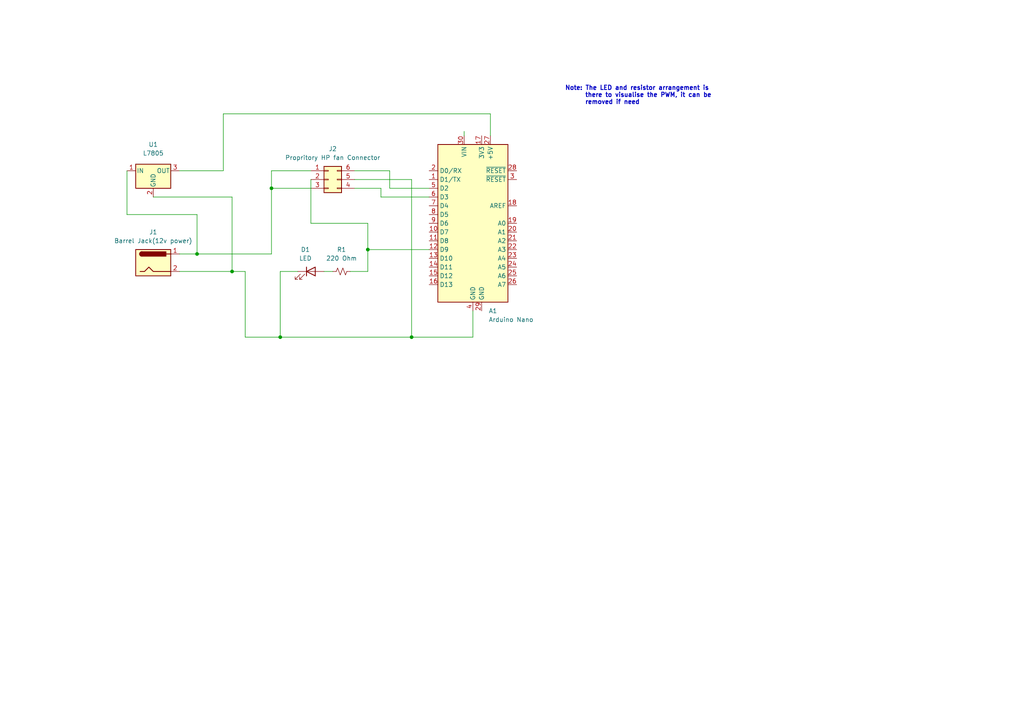
<source format=kicad_sch>
(kicad_sch (version 20211123) (generator eeschema)

  (uuid b0cabc8c-f619-4068-9e2d-418722e4f3c9)

  (paper "A4")

  (lib_symbols
    (symbol "Connector:Barrel_Jack" (pin_names (offset 1.016)) (in_bom yes) (on_board yes)
      (property "Reference" "J" (id 0) (at 0 5.334 0)
        (effects (font (size 1.27 1.27)))
      )
      (property "Value" "Barrel_Jack" (id 1) (at 0 -5.08 0)
        (effects (font (size 1.27 1.27)))
      )
      (property "Footprint" "" (id 2) (at 1.27 -1.016 0)
        (effects (font (size 1.27 1.27)) hide)
      )
      (property "Datasheet" "~" (id 3) (at 1.27 -1.016 0)
        (effects (font (size 1.27 1.27)) hide)
      )
      (property "ki_keywords" "DC power barrel jack connector" (id 4) (at 0 0 0)
        (effects (font (size 1.27 1.27)) hide)
      )
      (property "ki_description" "DC Barrel Jack" (id 5) (at 0 0 0)
        (effects (font (size 1.27 1.27)) hide)
      )
      (property "ki_fp_filters" "BarrelJack*" (id 6) (at 0 0 0)
        (effects (font (size 1.27 1.27)) hide)
      )
      (symbol "Barrel_Jack_0_1"
        (rectangle (start -5.08 3.81) (end 5.08 -3.81)
          (stroke (width 0.254) (type default) (color 0 0 0 0))
          (fill (type background))
        )
        (arc (start -3.302 3.175) (mid -3.937 2.54) (end -3.302 1.905)
          (stroke (width 0.254) (type default) (color 0 0 0 0))
          (fill (type none))
        )
        (arc (start -3.302 3.175) (mid -3.937 2.54) (end -3.302 1.905)
          (stroke (width 0.254) (type default) (color 0 0 0 0))
          (fill (type outline))
        )
        (polyline
          (pts
            (xy 5.08 2.54)
            (xy 3.81 2.54)
          )
          (stroke (width 0.254) (type default) (color 0 0 0 0))
          (fill (type none))
        )
        (polyline
          (pts
            (xy -3.81 -2.54)
            (xy -2.54 -2.54)
            (xy -1.27 -1.27)
            (xy 0 -2.54)
            (xy 2.54 -2.54)
            (xy 5.08 -2.54)
          )
          (stroke (width 0.254) (type default) (color 0 0 0 0))
          (fill (type none))
        )
        (rectangle (start 3.683 3.175) (end -3.302 1.905)
          (stroke (width 0.254) (type default) (color 0 0 0 0))
          (fill (type outline))
        )
      )
      (symbol "Barrel_Jack_1_1"
        (pin passive line (at 7.62 2.54 180) (length 2.54)
          (name "~" (effects (font (size 1.27 1.27))))
          (number "1" (effects (font (size 1.27 1.27))))
        )
        (pin passive line (at 7.62 -2.54 180) (length 2.54)
          (name "~" (effects (font (size 1.27 1.27))))
          (number "2" (effects (font (size 1.27 1.27))))
        )
      )
    )
    (symbol "Connector_Generic:Conn_02x03_Counter_Clockwise" (pin_names (offset 1.016) hide) (in_bom yes) (on_board yes)
      (property "Reference" "J" (id 0) (at 1.27 5.08 0)
        (effects (font (size 1.27 1.27)))
      )
      (property "Value" "Conn_02x03_Counter_Clockwise" (id 1) (at 1.27 -5.08 0)
        (effects (font (size 1.27 1.27)))
      )
      (property "Footprint" "" (id 2) (at 0 0 0)
        (effects (font (size 1.27 1.27)) hide)
      )
      (property "Datasheet" "~" (id 3) (at 0 0 0)
        (effects (font (size 1.27 1.27)) hide)
      )
      (property "ki_keywords" "connector" (id 4) (at 0 0 0)
        (effects (font (size 1.27 1.27)) hide)
      )
      (property "ki_description" "Generic connector, double row, 02x03, counter clockwise pin numbering scheme (similar to DIP package numbering), script generated (kicad-library-utils/schlib/autogen/connector/)" (id 5) (at 0 0 0)
        (effects (font (size 1.27 1.27)) hide)
      )
      (property "ki_fp_filters" "Connector*:*_2x??_*" (id 6) (at 0 0 0)
        (effects (font (size 1.27 1.27)) hide)
      )
      (symbol "Conn_02x03_Counter_Clockwise_1_1"
        (rectangle (start -1.27 -2.413) (end 0 -2.667)
          (stroke (width 0.1524) (type default) (color 0 0 0 0))
          (fill (type none))
        )
        (rectangle (start -1.27 0.127) (end 0 -0.127)
          (stroke (width 0.1524) (type default) (color 0 0 0 0))
          (fill (type none))
        )
        (rectangle (start -1.27 2.667) (end 0 2.413)
          (stroke (width 0.1524) (type default) (color 0 0 0 0))
          (fill (type none))
        )
        (rectangle (start -1.27 3.81) (end 3.81 -3.81)
          (stroke (width 0.254) (type default) (color 0 0 0 0))
          (fill (type background))
        )
        (rectangle (start 3.81 -2.413) (end 2.54 -2.667)
          (stroke (width 0.1524) (type default) (color 0 0 0 0))
          (fill (type none))
        )
        (rectangle (start 3.81 0.127) (end 2.54 -0.127)
          (stroke (width 0.1524) (type default) (color 0 0 0 0))
          (fill (type none))
        )
        (rectangle (start 3.81 2.667) (end 2.54 2.413)
          (stroke (width 0.1524) (type default) (color 0 0 0 0))
          (fill (type none))
        )
        (pin passive line (at -5.08 2.54 0) (length 3.81)
          (name "Pin_1" (effects (font (size 1.27 1.27))))
          (number "1" (effects (font (size 1.27 1.27))))
        )
        (pin passive line (at -5.08 0 0) (length 3.81)
          (name "Pin_2" (effects (font (size 1.27 1.27))))
          (number "2" (effects (font (size 1.27 1.27))))
        )
        (pin passive line (at -5.08 -2.54 0) (length 3.81)
          (name "Pin_3" (effects (font (size 1.27 1.27))))
          (number "3" (effects (font (size 1.27 1.27))))
        )
        (pin passive line (at 7.62 -2.54 180) (length 3.81)
          (name "Pin_4" (effects (font (size 1.27 1.27))))
          (number "4" (effects (font (size 1.27 1.27))))
        )
        (pin passive line (at 7.62 0 180) (length 3.81)
          (name "Pin_5" (effects (font (size 1.27 1.27))))
          (number "5" (effects (font (size 1.27 1.27))))
        )
        (pin passive line (at 7.62 2.54 180) (length 3.81)
          (name "Pin_6" (effects (font (size 1.27 1.27))))
          (number "6" (effects (font (size 1.27 1.27))))
        )
      )
    )
    (symbol "Device:LED" (pin_numbers hide) (pin_names (offset 1.016) hide) (in_bom yes) (on_board yes)
      (property "Reference" "D" (id 0) (at 0 2.54 0)
        (effects (font (size 1.27 1.27)))
      )
      (property "Value" "LED" (id 1) (at 0 -2.54 0)
        (effects (font (size 1.27 1.27)))
      )
      (property "Footprint" "" (id 2) (at 0 0 0)
        (effects (font (size 1.27 1.27)) hide)
      )
      (property "Datasheet" "~" (id 3) (at 0 0 0)
        (effects (font (size 1.27 1.27)) hide)
      )
      (property "ki_keywords" "LED diode" (id 4) (at 0 0 0)
        (effects (font (size 1.27 1.27)) hide)
      )
      (property "ki_description" "Light emitting diode" (id 5) (at 0 0 0)
        (effects (font (size 1.27 1.27)) hide)
      )
      (property "ki_fp_filters" "LED* LED_SMD:* LED_THT:*" (id 6) (at 0 0 0)
        (effects (font (size 1.27 1.27)) hide)
      )
      (symbol "LED_0_1"
        (polyline
          (pts
            (xy -1.27 -1.27)
            (xy -1.27 1.27)
          )
          (stroke (width 0.254) (type default) (color 0 0 0 0))
          (fill (type none))
        )
        (polyline
          (pts
            (xy -1.27 0)
            (xy 1.27 0)
          )
          (stroke (width 0) (type default) (color 0 0 0 0))
          (fill (type none))
        )
        (polyline
          (pts
            (xy 1.27 -1.27)
            (xy 1.27 1.27)
            (xy -1.27 0)
            (xy 1.27 -1.27)
          )
          (stroke (width 0.254) (type default) (color 0 0 0 0))
          (fill (type none))
        )
        (polyline
          (pts
            (xy -3.048 -0.762)
            (xy -4.572 -2.286)
            (xy -3.81 -2.286)
            (xy -4.572 -2.286)
            (xy -4.572 -1.524)
          )
          (stroke (width 0) (type default) (color 0 0 0 0))
          (fill (type none))
        )
        (polyline
          (pts
            (xy -1.778 -0.762)
            (xy -3.302 -2.286)
            (xy -2.54 -2.286)
            (xy -3.302 -2.286)
            (xy -3.302 -1.524)
          )
          (stroke (width 0) (type default) (color 0 0 0 0))
          (fill (type none))
        )
      )
      (symbol "LED_1_1"
        (pin passive line (at -3.81 0 0) (length 2.54)
          (name "K" (effects (font (size 1.27 1.27))))
          (number "1" (effects (font (size 1.27 1.27))))
        )
        (pin passive line (at 3.81 0 180) (length 2.54)
          (name "A" (effects (font (size 1.27 1.27))))
          (number "2" (effects (font (size 1.27 1.27))))
        )
      )
    )
    (symbol "Device:R_Small_US" (pin_numbers hide) (pin_names (offset 0.254) hide) (in_bom yes) (on_board yes)
      (property "Reference" "R" (id 0) (at 0.762 0.508 0)
        (effects (font (size 1.27 1.27)) (justify left))
      )
      (property "Value" "R_Small_US" (id 1) (at 0.762 -1.016 0)
        (effects (font (size 1.27 1.27)) (justify left))
      )
      (property "Footprint" "" (id 2) (at 0 0 0)
        (effects (font (size 1.27 1.27)) hide)
      )
      (property "Datasheet" "~" (id 3) (at 0 0 0)
        (effects (font (size 1.27 1.27)) hide)
      )
      (property "ki_keywords" "r resistor" (id 4) (at 0 0 0)
        (effects (font (size 1.27 1.27)) hide)
      )
      (property "ki_description" "Resistor, small US symbol" (id 5) (at 0 0 0)
        (effects (font (size 1.27 1.27)) hide)
      )
      (property "ki_fp_filters" "R_*" (id 6) (at 0 0 0)
        (effects (font (size 1.27 1.27)) hide)
      )
      (symbol "R_Small_US_1_1"
        (polyline
          (pts
            (xy 0 0)
            (xy 1.016 -0.381)
            (xy 0 -0.762)
            (xy -1.016 -1.143)
            (xy 0 -1.524)
          )
          (stroke (width 0) (type default) (color 0 0 0 0))
          (fill (type none))
        )
        (polyline
          (pts
            (xy 0 1.524)
            (xy 1.016 1.143)
            (xy 0 0.762)
            (xy -1.016 0.381)
            (xy 0 0)
          )
          (stroke (width 0) (type default) (color 0 0 0 0))
          (fill (type none))
        )
        (pin passive line (at 0 2.54 270) (length 1.016)
          (name "~" (effects (font (size 1.27 1.27))))
          (number "1" (effects (font (size 1.27 1.27))))
        )
        (pin passive line (at 0 -2.54 90) (length 1.016)
          (name "~" (effects (font (size 1.27 1.27))))
          (number "2" (effects (font (size 1.27 1.27))))
        )
      )
    )
    (symbol "MCU_Module:Arduino_Nano_v3.x" (in_bom yes) (on_board yes)
      (property "Reference" "A" (id 0) (at -10.16 23.495 0)
        (effects (font (size 1.27 1.27)) (justify left bottom))
      )
      (property "Value" "Arduino_Nano_v3.x" (id 1) (at 5.08 -24.13 0)
        (effects (font (size 1.27 1.27)) (justify left top))
      )
      (property "Footprint" "Module:Arduino_Nano" (id 2) (at 0 0 0)
        (effects (font (size 1.27 1.27) italic) hide)
      )
      (property "Datasheet" "http://www.mouser.com/pdfdocs/Gravitech_Arduino_Nano3_0.pdf" (id 3) (at 0 0 0)
        (effects (font (size 1.27 1.27)) hide)
      )
      (property "ki_keywords" "Arduino nano microcontroller module USB" (id 4) (at 0 0 0)
        (effects (font (size 1.27 1.27)) hide)
      )
      (property "ki_description" "Arduino Nano v3.x" (id 5) (at 0 0 0)
        (effects (font (size 1.27 1.27)) hide)
      )
      (property "ki_fp_filters" "Arduino*Nano*" (id 6) (at 0 0 0)
        (effects (font (size 1.27 1.27)) hide)
      )
      (symbol "Arduino_Nano_v3.x_0_1"
        (rectangle (start -10.16 22.86) (end 10.16 -22.86)
          (stroke (width 0.254) (type default) (color 0 0 0 0))
          (fill (type background))
        )
      )
      (symbol "Arduino_Nano_v3.x_1_1"
        (pin bidirectional line (at -12.7 12.7 0) (length 2.54)
          (name "D1/TX" (effects (font (size 1.27 1.27))))
          (number "1" (effects (font (size 1.27 1.27))))
        )
        (pin bidirectional line (at -12.7 -2.54 0) (length 2.54)
          (name "D7" (effects (font (size 1.27 1.27))))
          (number "10" (effects (font (size 1.27 1.27))))
        )
        (pin bidirectional line (at -12.7 -5.08 0) (length 2.54)
          (name "D8" (effects (font (size 1.27 1.27))))
          (number "11" (effects (font (size 1.27 1.27))))
        )
        (pin bidirectional line (at -12.7 -7.62 0) (length 2.54)
          (name "D9" (effects (font (size 1.27 1.27))))
          (number "12" (effects (font (size 1.27 1.27))))
        )
        (pin bidirectional line (at -12.7 -10.16 0) (length 2.54)
          (name "D10" (effects (font (size 1.27 1.27))))
          (number "13" (effects (font (size 1.27 1.27))))
        )
        (pin bidirectional line (at -12.7 -12.7 0) (length 2.54)
          (name "D11" (effects (font (size 1.27 1.27))))
          (number "14" (effects (font (size 1.27 1.27))))
        )
        (pin bidirectional line (at -12.7 -15.24 0) (length 2.54)
          (name "D12" (effects (font (size 1.27 1.27))))
          (number "15" (effects (font (size 1.27 1.27))))
        )
        (pin bidirectional line (at -12.7 -17.78 0) (length 2.54)
          (name "D13" (effects (font (size 1.27 1.27))))
          (number "16" (effects (font (size 1.27 1.27))))
        )
        (pin power_out line (at 2.54 25.4 270) (length 2.54)
          (name "3V3" (effects (font (size 1.27 1.27))))
          (number "17" (effects (font (size 1.27 1.27))))
        )
        (pin input line (at 12.7 5.08 180) (length 2.54)
          (name "AREF" (effects (font (size 1.27 1.27))))
          (number "18" (effects (font (size 1.27 1.27))))
        )
        (pin bidirectional line (at 12.7 0 180) (length 2.54)
          (name "A0" (effects (font (size 1.27 1.27))))
          (number "19" (effects (font (size 1.27 1.27))))
        )
        (pin bidirectional line (at -12.7 15.24 0) (length 2.54)
          (name "D0/RX" (effects (font (size 1.27 1.27))))
          (number "2" (effects (font (size 1.27 1.27))))
        )
        (pin bidirectional line (at 12.7 -2.54 180) (length 2.54)
          (name "A1" (effects (font (size 1.27 1.27))))
          (number "20" (effects (font (size 1.27 1.27))))
        )
        (pin bidirectional line (at 12.7 -5.08 180) (length 2.54)
          (name "A2" (effects (font (size 1.27 1.27))))
          (number "21" (effects (font (size 1.27 1.27))))
        )
        (pin bidirectional line (at 12.7 -7.62 180) (length 2.54)
          (name "A3" (effects (font (size 1.27 1.27))))
          (number "22" (effects (font (size 1.27 1.27))))
        )
        (pin bidirectional line (at 12.7 -10.16 180) (length 2.54)
          (name "A4" (effects (font (size 1.27 1.27))))
          (number "23" (effects (font (size 1.27 1.27))))
        )
        (pin bidirectional line (at 12.7 -12.7 180) (length 2.54)
          (name "A5" (effects (font (size 1.27 1.27))))
          (number "24" (effects (font (size 1.27 1.27))))
        )
        (pin bidirectional line (at 12.7 -15.24 180) (length 2.54)
          (name "A6" (effects (font (size 1.27 1.27))))
          (number "25" (effects (font (size 1.27 1.27))))
        )
        (pin bidirectional line (at 12.7 -17.78 180) (length 2.54)
          (name "A7" (effects (font (size 1.27 1.27))))
          (number "26" (effects (font (size 1.27 1.27))))
        )
        (pin power_out line (at 5.08 25.4 270) (length 2.54)
          (name "+5V" (effects (font (size 1.27 1.27))))
          (number "27" (effects (font (size 1.27 1.27))))
        )
        (pin input line (at 12.7 15.24 180) (length 2.54)
          (name "~{RESET}" (effects (font (size 1.27 1.27))))
          (number "28" (effects (font (size 1.27 1.27))))
        )
        (pin power_in line (at 2.54 -25.4 90) (length 2.54)
          (name "GND" (effects (font (size 1.27 1.27))))
          (number "29" (effects (font (size 1.27 1.27))))
        )
        (pin input line (at 12.7 12.7 180) (length 2.54)
          (name "~{RESET}" (effects (font (size 1.27 1.27))))
          (number "3" (effects (font (size 1.27 1.27))))
        )
        (pin power_in line (at -2.54 25.4 270) (length 2.54)
          (name "VIN" (effects (font (size 1.27 1.27))))
          (number "30" (effects (font (size 1.27 1.27))))
        )
        (pin power_in line (at 0 -25.4 90) (length 2.54)
          (name "GND" (effects (font (size 1.27 1.27))))
          (number "4" (effects (font (size 1.27 1.27))))
        )
        (pin bidirectional line (at -12.7 10.16 0) (length 2.54)
          (name "D2" (effects (font (size 1.27 1.27))))
          (number "5" (effects (font (size 1.27 1.27))))
        )
        (pin bidirectional line (at -12.7 7.62 0) (length 2.54)
          (name "D3" (effects (font (size 1.27 1.27))))
          (number "6" (effects (font (size 1.27 1.27))))
        )
        (pin bidirectional line (at -12.7 5.08 0) (length 2.54)
          (name "D4" (effects (font (size 1.27 1.27))))
          (number "7" (effects (font (size 1.27 1.27))))
        )
        (pin bidirectional line (at -12.7 2.54 0) (length 2.54)
          (name "D5" (effects (font (size 1.27 1.27))))
          (number "8" (effects (font (size 1.27 1.27))))
        )
        (pin bidirectional line (at -12.7 0 0) (length 2.54)
          (name "D6" (effects (font (size 1.27 1.27))))
          (number "9" (effects (font (size 1.27 1.27))))
        )
      )
    )
    (symbol "Regulator_Linear:L7805" (pin_names (offset 0.254)) (in_bom yes) (on_board yes)
      (property "Reference" "U" (id 0) (at -3.81 3.175 0)
        (effects (font (size 1.27 1.27)))
      )
      (property "Value" "L7805" (id 1) (at 0 3.175 0)
        (effects (font (size 1.27 1.27)) (justify left))
      )
      (property "Footprint" "" (id 2) (at 0.635 -3.81 0)
        (effects (font (size 1.27 1.27) italic) (justify left) hide)
      )
      (property "Datasheet" "http://www.st.com/content/ccc/resource/technical/document/datasheet/41/4f/b3/b0/12/d4/47/88/CD00000444.pdf/files/CD00000444.pdf/jcr:content/translations/en.CD00000444.pdf" (id 3) (at 0 -1.27 0)
        (effects (font (size 1.27 1.27)) hide)
      )
      (property "ki_keywords" "Voltage Regulator 1.5A Positive" (id 4) (at 0 0 0)
        (effects (font (size 1.27 1.27)) hide)
      )
      (property "ki_description" "Positive 1.5A 35V Linear Regulator, Fixed Output 5V, TO-220/TO-263/TO-252" (id 5) (at 0 0 0)
        (effects (font (size 1.27 1.27)) hide)
      )
      (property "ki_fp_filters" "TO?252* TO?263* TO?220*" (id 6) (at 0 0 0)
        (effects (font (size 1.27 1.27)) hide)
      )
      (symbol "L7805_0_1"
        (rectangle (start -5.08 1.905) (end 5.08 -5.08)
          (stroke (width 0.254) (type default) (color 0 0 0 0))
          (fill (type background))
        )
      )
      (symbol "L7805_1_1"
        (pin power_in line (at -7.62 0 0) (length 2.54)
          (name "IN" (effects (font (size 1.27 1.27))))
          (number "1" (effects (font (size 1.27 1.27))))
        )
        (pin power_in line (at 0 -7.62 90) (length 2.54)
          (name "GND" (effects (font (size 1.27 1.27))))
          (number "2" (effects (font (size 1.27 1.27))))
        )
        (pin power_out line (at 7.62 0 180) (length 2.54)
          (name "OUT" (effects (font (size 1.27 1.27))))
          (number "3" (effects (font (size 1.27 1.27))))
        )
      )
    )
  )

  (junction (at 57.15 73.66) (diameter 0) (color 0 0 0 0)
    (uuid 0e867ae2-98b7-41e9-bd35-3dd3436d23a6)
  )
  (junction (at 78.74 54.61) (diameter 0) (color 0 0 0 0)
    (uuid 22db24a4-912e-45bf-8ab3-a2a73b40530b)
  )
  (junction (at 106.68 72.39) (diameter 0) (color 0 0 0 0)
    (uuid 86761284-a3fa-4749-85d4-7373f38eee71)
  )
  (junction (at 67.31 78.74) (diameter 0) (color 0 0 0 0)
    (uuid a9e5e98a-505a-428f-8031-c20f7e1932a8)
  )
  (junction (at 119.38 97.79) (diameter 0) (color 0 0 0 0)
    (uuid d814fcea-9d32-4600-b614-09a07ec561b4)
  )
  (junction (at 81.28 97.79) (diameter 0) (color 0 0 0 0)
    (uuid d87ee6fa-2531-46f3-8626-8014219da60a)
  )

  (wire (pts (xy 124.46 72.39) (xy 106.68 72.39))
    (stroke (width 0) (type default) (color 0 0 0 0))
    (uuid 155f6263-7f7b-4e59-9735-8975df557a71)
  )
  (wire (pts (xy 102.87 54.61) (xy 110.49 54.61))
    (stroke (width 0) (type default) (color 0 0 0 0))
    (uuid 183c85f1-e92d-4311-9bc4-ff492f0411c5)
  )
  (wire (pts (xy 52.07 73.66) (xy 57.15 73.66))
    (stroke (width 0) (type default) (color 0 0 0 0))
    (uuid 1c71baa7-235e-41ac-8845-cb51d41269a8)
  )
  (wire (pts (xy 81.28 97.79) (xy 119.38 97.79))
    (stroke (width 0) (type default) (color 0 0 0 0))
    (uuid 1f931491-9945-4c24-a615-f47eef2813c6)
  )
  (wire (pts (xy 113.03 54.61) (xy 124.46 54.61))
    (stroke (width 0) (type default) (color 0 0 0 0))
    (uuid 209cb3ed-0125-4910-b65a-dda137bb465a)
  )
  (wire (pts (xy 106.68 78.74) (xy 101.6 78.74))
    (stroke (width 0) (type default) (color 0 0 0 0))
    (uuid 238b90fe-6544-4057-ac7a-78d259efcb1d)
  )
  (wire (pts (xy 71.12 97.79) (xy 81.28 97.79))
    (stroke (width 0) (type default) (color 0 0 0 0))
    (uuid 26bb7096-dce2-4844-ac8d-e36529114621)
  )
  (wire (pts (xy 102.87 49.53) (xy 113.03 49.53))
    (stroke (width 0) (type default) (color 0 0 0 0))
    (uuid 26d559cc-8c33-4fdb-a695-212a937ff546)
  )
  (wire (pts (xy 44.45 57.15) (xy 67.31 57.15))
    (stroke (width 0) (type default) (color 0 0 0 0))
    (uuid 286083ea-ea6a-4719-8d24-97dff3472c73)
  )
  (wire (pts (xy 119.38 97.79) (xy 137.16 97.79))
    (stroke (width 0) (type default) (color 0 0 0 0))
    (uuid 2952a5e8-7b5a-4792-a3ec-66cab2d52519)
  )
  (wire (pts (xy 90.17 64.77) (xy 106.68 64.77))
    (stroke (width 0) (type default) (color 0 0 0 0))
    (uuid 2b7c9793-8589-481e-8686-6d93591710eb)
  )
  (wire (pts (xy 142.24 33.02) (xy 142.24 39.37))
    (stroke (width 0) (type default) (color 0 0 0 0))
    (uuid 2f0815c9-de7c-4905-9d72-5af21ca9580d)
  )
  (wire (pts (xy 86.36 78.74) (xy 81.28 78.74))
    (stroke (width 0) (type default) (color 0 0 0 0))
    (uuid 304a1851-0f2d-4df3-aadd-75fa9fa7b255)
  )
  (wire (pts (xy 71.12 78.74) (xy 71.12 97.79))
    (stroke (width 0) (type default) (color 0 0 0 0))
    (uuid 33877822-a0db-4fb0-b88d-441b81f7c867)
  )
  (wire (pts (xy 113.03 49.53) (xy 113.03 54.61))
    (stroke (width 0) (type default) (color 0 0 0 0))
    (uuid 346eeeff-eab1-4ca1-b0da-94a2ccaa7829)
  )
  (wire (pts (xy 93.98 78.74) (xy 96.52 78.74))
    (stroke (width 0) (type default) (color 0 0 0 0))
    (uuid 35c861df-93c7-4649-8bba-adc95f2c22db)
  )
  (wire (pts (xy 110.49 54.61) (xy 110.49 57.15))
    (stroke (width 0) (type default) (color 0 0 0 0))
    (uuid 37fb76ad-e8e8-4b8a-b9ed-4eecec16a72f)
  )
  (wire (pts (xy 52.07 49.53) (xy 64.77 49.53))
    (stroke (width 0) (type default) (color 0 0 0 0))
    (uuid 4770d742-ebe4-41a6-9d23-89b213e25f40)
  )
  (wire (pts (xy 106.68 72.39) (xy 106.68 78.74))
    (stroke (width 0) (type default) (color 0 0 0 0))
    (uuid 4a6fc271-7132-4c6c-8bac-2d5ca40292da)
  )
  (wire (pts (xy 64.77 33.02) (xy 142.24 33.02))
    (stroke (width 0) (type default) (color 0 0 0 0))
    (uuid 5316a276-b5b6-47f0-ad7f-d2dd1ce05a23)
  )
  (wire (pts (xy 57.15 62.23) (xy 57.15 73.66))
    (stroke (width 0) (type default) (color 0 0 0 0))
    (uuid 638a3314-3462-44e8-8dc8-ca54e912425a)
  )
  (wire (pts (xy 78.74 54.61) (xy 90.17 54.61))
    (stroke (width 0) (type default) (color 0 0 0 0))
    (uuid 6393845b-316a-4fc7-a92e-d94ffc4730d6)
  )
  (wire (pts (xy 110.49 57.15) (xy 124.46 57.15))
    (stroke (width 0) (type default) (color 0 0 0 0))
    (uuid 683ee5f9-4c58-4906-8652-6d7e8b9e97b6)
  )
  (wire (pts (xy 106.68 64.77) (xy 106.68 72.39))
    (stroke (width 0) (type default) (color 0 0 0 0))
    (uuid 692c81a2-9999-42e5-abd6-3e2b6db0eaa6)
  )
  (wire (pts (xy 67.31 78.74) (xy 71.12 78.74))
    (stroke (width 0) (type default) (color 0 0 0 0))
    (uuid 7053c741-f7ca-4928-9c0e-63ecad0112d3)
  )
  (wire (pts (xy 119.38 52.07) (xy 119.38 97.79))
    (stroke (width 0) (type default) (color 0 0 0 0))
    (uuid 77443eb9-d52b-4530-bb08-ccd3765b1ceb)
  )
  (wire (pts (xy 90.17 52.07) (xy 90.17 64.77))
    (stroke (width 0) (type default) (color 0 0 0 0))
    (uuid 7b1266fd-d13e-495a-8c7f-5b8e7356935b)
  )
  (wire (pts (xy 78.74 49.53) (xy 90.17 49.53))
    (stroke (width 0) (type default) (color 0 0 0 0))
    (uuid 802ec5b3-2e2f-4879-b4c4-187bf4722da7)
  )
  (wire (pts (xy 78.74 73.66) (xy 78.74 54.61))
    (stroke (width 0) (type default) (color 0 0 0 0))
    (uuid 88d438a9-e047-434b-b55f-419c0d04302a)
  )
  (wire (pts (xy 137.16 97.79) (xy 137.16 90.17))
    (stroke (width 0) (type default) (color 0 0 0 0))
    (uuid 9ae620a2-e305-420a-92b6-4a1daa665a02)
  )
  (wire (pts (xy 36.83 49.53) (xy 36.83 62.23))
    (stroke (width 0) (type default) (color 0 0 0 0))
    (uuid 9d5a9318-7b44-4f1f-b40c-0d170394e739)
  )
  (wire (pts (xy 36.83 62.23) (xy 57.15 62.23))
    (stroke (width 0) (type default) (color 0 0 0 0))
    (uuid a13e885f-125c-40a7-a491-c6de2081ddf4)
  )
  (wire (pts (xy 78.74 54.61) (xy 78.74 49.53))
    (stroke (width 0) (type default) (color 0 0 0 0))
    (uuid a36fad41-fc45-445e-a2ca-3f522c20be2a)
  )
  (wire (pts (xy 52.07 78.74) (xy 67.31 78.74))
    (stroke (width 0) (type default) (color 0 0 0 0))
    (uuid a3a36b23-9b0e-44ca-be3f-30a3eb1cc25d)
  )
  (wire (pts (xy 64.77 33.02) (xy 64.77 49.53))
    (stroke (width 0) (type default) (color 0 0 0 0))
    (uuid b8eb3087-29cb-4ed7-923e-9118ba67ec1c)
  )
  (wire (pts (xy 102.87 52.07) (xy 119.38 52.07))
    (stroke (width 0) (type default) (color 0 0 0 0))
    (uuid bfddd0ce-8adb-445e-963c-d069ddec9632)
  )
  (wire (pts (xy 57.15 73.66) (xy 78.74 73.66))
    (stroke (width 0) (type default) (color 0 0 0 0))
    (uuid bfefbed4-ffd0-4ee9-8681-7aeb2ba5006e)
  )
  (wire (pts (xy 67.31 57.15) (xy 67.31 78.74))
    (stroke (width 0) (type default) (color 0 0 0 0))
    (uuid f9496ad7-6d20-4738-b165-ba62bff4c53e)
  )
  (wire (pts (xy 81.28 78.74) (xy 81.28 97.79))
    (stroke (width 0) (type default) (color 0 0 0 0))
    (uuid fa992050-3c92-40bc-a340-73edffe29071)
  )
  (wire (pts (xy 134.62 38.1) (xy 134.62 39.37))
    (stroke (width 0) (type default) (color 0 0 0 0))
    (uuid fe8f91fb-f453-4166-96d2-2157139f98c6)
  )

  (text "Note: The LED and resistor arrangement is\n      there to visualise the PWM, it can be\n      removed if need"
    (at 163.83 30.48 0)
    (effects (font (size 1.27 1.27) (thickness 0.254) bold) (justify left bottom))
    (uuid d23d646c-d43f-4467-b734-db84c10b0e20)
  )

  (symbol (lib_id "Device:R_Small_US") (at 99.06 78.74 270) (unit 1)
    (in_bom yes) (on_board yes) (fields_autoplaced)
    (uuid 173c5480-7ffa-452a-af7e-64d8d1892206)
    (property "Reference" "R1" (id 0) (at 99.06 72.39 90))
    (property "Value" "220 Ohm" (id 1) (at 99.06 74.93 90))
    (property "Footprint" "Resistor_THT:R_Axial_DIN0204_L3.6mm_D1.6mm_P5.08mm_Horizontal" (id 2) (at 99.06 78.74 0)
      (effects (font (size 1.27 1.27)) hide)
    )
    (property "Datasheet" "~" (id 3) (at 99.06 78.74 0)
      (effects (font (size 1.27 1.27)) hide)
    )
    (pin "1" (uuid e3e83e57-cc28-4678-bc29-36f48e611a8c))
    (pin "2" (uuid 8e6a51be-bd48-409b-ae08-759bab1ae051))
  )

  (symbol (lib_id "Connector_Generic:Conn_02x03_Counter_Clockwise") (at 95.25 52.07 0) (unit 1)
    (in_bom yes) (on_board yes) (fields_autoplaced)
    (uuid 46ff87d0-a5b7-4f36-a1dd-2c4fb02d8b90)
    (property "Reference" "J2" (id 0) (at 96.52 43.18 0))
    (property "Value" "Propritory HP fan Connector" (id 1) (at 96.52 45.72 0))
    (property "Footprint" "Connector_PinHeader_1.00mm:PinHeader_2x03_P1.00mm_Vertical" (id 2) (at 95.25 52.07 0)
      (effects (font (size 1.27 1.27)) hide)
    )
    (property "Datasheet" "~" (id 3) (at 95.25 52.07 0)
      (effects (font (size 1.27 1.27)) hide)
    )
    (pin "1" (uuid 1b6fcbf4-8cc2-407a-90e0-ec36a6c62f59))
    (pin "2" (uuid 88b0be47-e7e3-4266-8f7c-7966d1329fa1))
    (pin "3" (uuid b2b74be5-1ee7-4846-8430-9a7a29674407))
    (pin "4" (uuid c5c67c3e-2c39-4247-a937-dc6f2b7f38e6))
    (pin "5" (uuid 5e4cdcc8-fa4f-4698-8c6f-e96c33c43b12))
    (pin "6" (uuid 48eb9bd9-3ab7-49d5-a045-6c7e12abd4d0))
  )

  (symbol (lib_id "Regulator_Linear:L7805") (at 44.45 49.53 0) (unit 1)
    (in_bom yes) (on_board yes) (fields_autoplaced)
    (uuid 47ef0684-87db-48e5-81a0-83cea3bf5278)
    (property "Reference" "U1" (id 0) (at 44.45 41.91 0))
    (property "Value" "L7805" (id 1) (at 44.45 44.45 0))
    (property "Footprint" "Package_TO_SOT_THT:TO-220-3_Vertical" (id 2) (at 45.085 53.34 0)
      (effects (font (size 1.27 1.27) italic) (justify left) hide)
    )
    (property "Datasheet" "http://www.st.com/content/ccc/resource/technical/document/datasheet/41/4f/b3/b0/12/d4/47/88/CD00000444.pdf/files/CD00000444.pdf/jcr:content/translations/en.CD00000444.pdf" (id 3) (at 44.45 50.8 0)
      (effects (font (size 1.27 1.27)) hide)
    )
    (pin "1" (uuid 555a6ae0-a478-417f-a268-9d52c6136073))
    (pin "2" (uuid 61ece85d-ac40-4fc7-9a65-fa46cc188e61))
    (pin "3" (uuid f63f6b79-f646-4a0d-80f9-cc626289ddbd))
  )

  (symbol (lib_id "MCU_Module:Arduino_Nano_v3.x") (at 137.16 64.77 0) (unit 1)
    (in_bom yes) (on_board yes) (fields_autoplaced)
    (uuid 513bc069-6f47-4b55-ba3a-1f337b00b0a9)
    (property "Reference" "A1" (id 0) (at 141.7194 90.17 0)
      (effects (font (size 1.27 1.27)) (justify left))
    )
    (property "Value" "Arduino Nano" (id 1) (at 141.7194 92.71 0)
      (effects (font (size 1.27 1.27)) (justify left))
    )
    (property "Footprint" "Module:Arduino_Nano" (id 2) (at 137.16 64.77 0)
      (effects (font (size 1.27 1.27) italic) hide)
    )
    (property "Datasheet" "http://www.mouser.com/pdfdocs/Gravitech_Arduino_Nano3_0.pdf" (id 3) (at 137.16 64.77 0)
      (effects (font (size 1.27 1.27)) hide)
    )
    (pin "1" (uuid a885fd5a-4378-411d-8a6c-77a209bbeb72))
    (pin "10" (uuid 0a2f0f54-f8dc-472b-9e20-57bf22a75d62))
    (pin "11" (uuid f1afa931-98a1-49fa-8a0a-3ea5835ddbb4))
    (pin "12" (uuid f22dd59b-5475-4885-91dd-5c143acad7d5))
    (pin "13" (uuid d1263664-8a5c-4589-a3b6-9f5c13bd8f5d))
    (pin "14" (uuid 028d50f4-c98e-4baa-8328-32abdef6a050))
    (pin "15" (uuid 5a7cfbb3-8248-4108-b38f-fdaee1e1e8c2))
    (pin "16" (uuid d05bde51-4d72-4e73-8aa0-599ec2224a07))
    (pin "17" (uuid 374cf5df-5015-4572-9128-2e72fdf19b34))
    (pin "18" (uuid db3f10e9-0a7b-4563-81ba-38b2f1e5849d))
    (pin "19" (uuid b9f5d11c-666a-4863-90d0-1fcf2d083014))
    (pin "2" (uuid 6f66f19d-b9f2-495c-a831-f992599f09a8))
    (pin "20" (uuid 1b11d7a9-1a13-47ff-9758-f8ceadf08e82))
    (pin "21" (uuid aace4eff-b5ef-402d-a83d-668b18651926))
    (pin "22" (uuid 72033eb8-8c80-404e-a9d5-91089d444606))
    (pin "23" (uuid 59026206-6f0e-4ebd-b093-792f7886edb3))
    (pin "24" (uuid 42fdfab9-67b1-40f9-ac95-fc3d3cf3139e))
    (pin "25" (uuid 0a4b880f-34dc-41b4-aa0b-070549fb7226))
    (pin "26" (uuid 9ba3c6d9-cb06-4124-85ff-a23fcc49a456))
    (pin "27" (uuid 8b622717-1597-47ea-aa32-6aeb75c22142))
    (pin "28" (uuid be7c8958-39f1-4e36-9fa4-36539621c65f))
    (pin "29" (uuid 0d404e40-ac4a-4ffd-ac8b-d76c8e574208))
    (pin "3" (uuid b66efe85-b814-428a-8b71-6e78594047e8))
    (pin "30" (uuid ba689262-4018-4cea-bdf8-123540b81bfc))
    (pin "4" (uuid f61af5fe-2f65-434d-99c9-f8e726a32341))
    (pin "5" (uuid 0f434168-0188-45ff-bede-f266f042c5f1))
    (pin "6" (uuid 3a3f8535-66c1-47a9-96c2-cf3bfa4af245))
    (pin "7" (uuid 19239b6f-1ffc-4a9b-b07f-76bdce4861f4))
    (pin "8" (uuid 1591a2db-7e6d-4ee7-a5f5-5be23f588d6f))
    (pin "9" (uuid 997a0acf-94ef-43bb-a59b-ccb18a939192))
  )

  (symbol (lib_id "Device:LED") (at 90.17 78.74 0) (unit 1)
    (in_bom yes) (on_board yes)
    (uuid 6cb60f7e-a590-4cee-866e-e729c9e36ca9)
    (property "Reference" "D1" (id 0) (at 88.5825 72.39 0))
    (property "Value" "LED" (id 1) (at 88.5825 74.93 0))
    (property "Footprint" "LED_THT:LED_D2.0mm_W4.8mm_H2.5mm_FlatTop" (id 2) (at 90.17 78.74 0)
      (effects (font (size 1.27 1.27)) hide)
    )
    (property "Datasheet" "~" (id 3) (at 90.17 78.74 0)
      (effects (font (size 1.27 1.27)) hide)
    )
    (pin "1" (uuid 92661975-8953-4d22-80b8-62bb3bdb5f4d))
    (pin "2" (uuid e265ca7d-c4ee-4a93-93b6-9286612a28c0))
  )

  (symbol (lib_id "Connector:Barrel_Jack") (at 44.45 76.2 0) (unit 1)
    (in_bom yes) (on_board yes) (fields_autoplaced)
    (uuid b8923840-4495-4867-96fd-72c16ee35e80)
    (property "Reference" "J1" (id 0) (at 44.45 67.31 0))
    (property "Value" "Barrel Jack(12v power)" (id 1) (at 44.45 69.85 0))
    (property "Footprint" "Connector_BarrelJack:BarrelJack_Horizontal" (id 2) (at 45.72 77.216 0)
      (effects (font (size 1.27 1.27)) hide)
    )
    (property "Datasheet" "~" (id 3) (at 45.72 77.216 0)
      (effects (font (size 1.27 1.27)) hide)
    )
    (pin "1" (uuid 549ae04c-6217-4c9b-b117-c4f181504ed4))
    (pin "2" (uuid e4cb7cce-8597-43ba-8afe-5c803d04f0f6))
  )

  (sheet_instances
    (path "/" (page "1"))
  )

  (symbol_instances
    (path "/513bc069-6f47-4b55-ba3a-1f337b00b0a9"
      (reference "A1") (unit 1) (value "Arduino Nano") (footprint "Module:Arduino_Nano")
    )
    (path "/6cb60f7e-a590-4cee-866e-e729c9e36ca9"
      (reference "D1") (unit 1) (value "LED") (footprint "LED_THT:LED_D2.0mm_W4.8mm_H2.5mm_FlatTop")
    )
    (path "/b8923840-4495-4867-96fd-72c16ee35e80"
      (reference "J1") (unit 1) (value "Barrel Jack(12v power)") (footprint "Connector_BarrelJack:BarrelJack_Horizontal")
    )
    (path "/46ff87d0-a5b7-4f36-a1dd-2c4fb02d8b90"
      (reference "J2") (unit 1) (value "Propritory HP fan Connector") (footprint "Connector_PinHeader_1.00mm:PinHeader_2x03_P1.00mm_Vertical")
    )
    (path "/173c5480-7ffa-452a-af7e-64d8d1892206"
      (reference "R1") (unit 1) (value "220 Ohm") (footprint "Resistor_THT:R_Axial_DIN0204_L3.6mm_D1.6mm_P5.08mm_Horizontal")
    )
    (path "/47ef0684-87db-48e5-81a0-83cea3bf5278"
      (reference "U1") (unit 1) (value "L7805") (footprint "Package_TO_SOT_THT:TO-220-3_Vertical")
    )
  )
)

</source>
